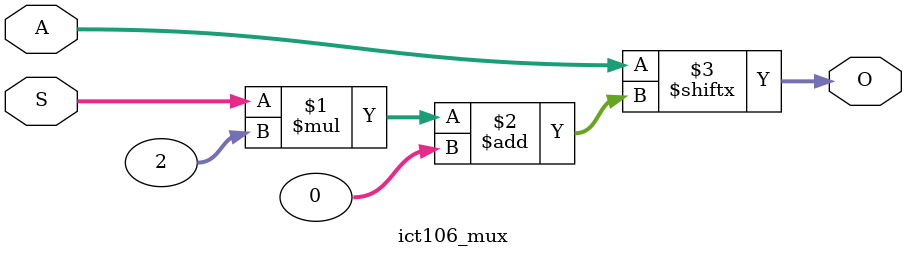
<source format=v>
`timescale 1ps/1ps


module ict106_mux #
  (
   parameter         C_FAMILY                         = "rtl",
                       // FPGA Family. Current version: virtex6 or spartan6.
   parameter integer C_SEL_WIDTH                      = 4,
                       // Data width for comparator.
   parameter integer C_DATA_WIDTH                     = 2
                       // Data width for comparator.
   )
  (
   input  wire [C_SEL_WIDTH-1:0]                    S,
   input  wire [(2**C_SEL_WIDTH)*C_DATA_WIDTH-1:0]  A,
   output wire [C_DATA_WIDTH-1:0]                   O
   );
  
  
  /////////////////////////////////////////////////////////////////////////////
  // Variables for generating parameter controlled instances.
  /////////////////////////////////////////////////////////////////////////////
  
  // Generate variable for bit vector.
  genvar bit_cnt;
  
  
  /////////////////////////////////////////////////////////////////////////////
  // Local params
  /////////////////////////////////////////////////////////////////////////////
  
  
  /////////////////////////////////////////////////////////////////////////////
  // Functions
  /////////////////////////////////////////////////////////////////////////////
  
  
  /////////////////////////////////////////////////////////////////////////////
  // Internal signals
  /////////////////////////////////////////////////////////////////////////////
  
  
  /////////////////////////////////////////////////////////////////////////////
  // Instantiate or use RTL code
  /////////////////////////////////////////////////////////////////////////////
  
  generate
    if ( C_FAMILY == "rtl" || C_SEL_WIDTH < 3 ) begin : USE_RTL
      assign O = A[(S)*C_DATA_WIDTH +: C_DATA_WIDTH];
      
    end else begin : USE_FPGA
      
      wire [C_DATA_WIDTH-1:0] C;
      wire [C_DATA_WIDTH-1:0] D;
      
      // Lower half recursively.
  ict106_mux # 
      (
       .C_FAMILY      (C_FAMILY),
       .C_SEL_WIDTH   (C_SEL_WIDTH-1),
       .C_DATA_WIDTH  (C_DATA_WIDTH)
      ) mux_c_inst 
      (
       .S   (S[C_SEL_WIDTH-2:0]),
       .A   (A[(2**(C_SEL_WIDTH-1))*C_DATA_WIDTH-1 : 0]),
       .O   (C)
      ); 
      
      // Upper half recursively.
  ict106_mux # 
      (
       .C_FAMILY      (C_FAMILY),
       .C_SEL_WIDTH   (C_SEL_WIDTH-1),
       .C_DATA_WIDTH  (C_DATA_WIDTH)
      ) mux_d_inst 
      (
       .S   (S[C_SEL_WIDTH-2:0]),
       .A   (A[(2**C_SEL_WIDTH)*C_DATA_WIDTH-1 : (2**(C_SEL_WIDTH-1))*C_DATA_WIDTH]),
       .O   (D)
      ); 
      
      // Generate instantiated mux components as required.
      for (bit_cnt = 0; bit_cnt < C_DATA_WIDTH ; bit_cnt = bit_cnt + 1) begin : NUM
        if ( C_SEL_WIDTH == 4 ) begin : USE_F8
        
          MUXF8 muxf8_inst 
          (
           .I0  (C[bit_cnt]),
           .I1  (D[bit_cnt]),
           .S   (S[C_SEL_WIDTH-1]),
           .O   (O[bit_cnt])
          ); 
          
        end else if ( C_SEL_WIDTH == 3 ) begin : USE_F7
      
          MUXF7 muxf7_inst 
          (
           .I0  (C[bit_cnt]),
           .I1  (D[bit_cnt]),
           .S   (S[C_SEL_WIDTH-1]),
           .O   (O[bit_cnt])
          ); 
          
        end // C_SEL_WIDTH
      end // end for bit_cnt
    
    end
  endgenerate
  
  
endmodule


</source>
